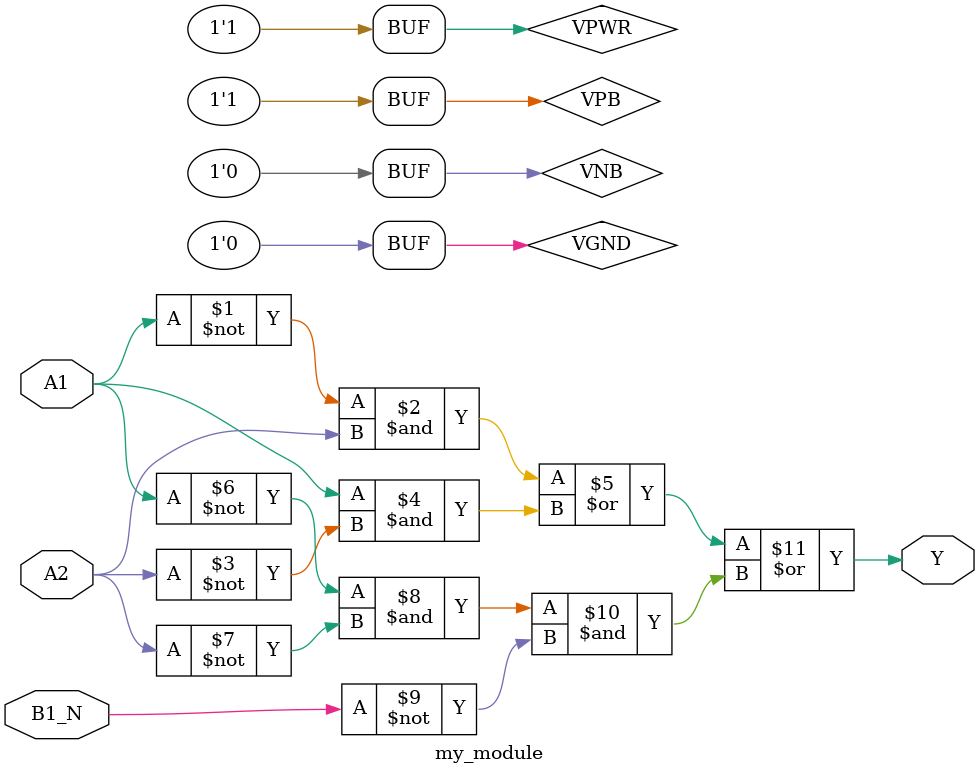
<source format=v>
module my_module (
    Y   ,
    A1  ,
    A2  ,
    B1_N
);

    output Y   ;
    input  A1  ;
    input  A2  ;
    input  B1_N;

    // Voltage supply signals
    supply1 VPWR;
    supply0 VGND;
    supply1 VPB ;
    supply0 VNB ;

    assign Y = (~A1 & A2) | (A1 & ~A2) | (~A1 & ~A2 & ~B1_N);

endmodule
</source>
